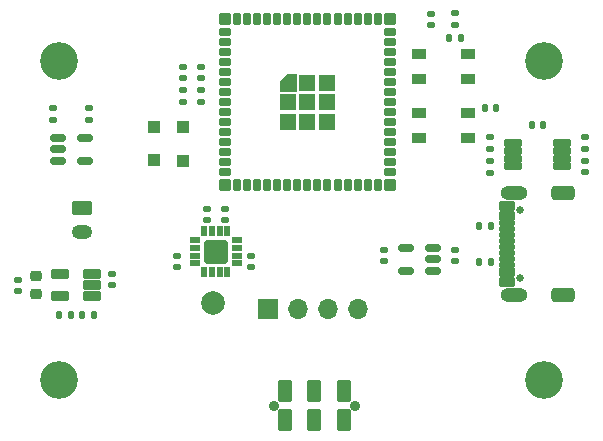
<source format=gbr>
%TF.GenerationSoftware,KiCad,Pcbnew,8.0.0*%
%TF.CreationDate,2024-05-02T00:18:50-07:00*%
%TF.ProjectId,ece16,65636531-362e-46b6-9963-61645f706362,rev?*%
%TF.SameCoordinates,Original*%
%TF.FileFunction,Soldermask,Top*%
%TF.FilePolarity,Negative*%
%FSLAX46Y46*%
G04 Gerber Fmt 4.6, Leading zero omitted, Abs format (unit mm)*
G04 Created by KiCad (PCBNEW 8.0.0) date 2024-05-02 00:18:50*
%MOMM*%
%LPD*%
G01*
G04 APERTURE LIST*
G04 Aperture macros list*
%AMRoundRect*
0 Rectangle with rounded corners*
0 $1 Rounding radius*
0 $2 $3 $4 $5 $6 $7 $8 $9 X,Y pos of 4 corners*
0 Add a 4 corners polygon primitive as box body*
4,1,4,$2,$3,$4,$5,$6,$7,$8,$9,$2,$3,0*
0 Add four circle primitives for the rounded corners*
1,1,$1+$1,$2,$3*
1,1,$1+$1,$4,$5*
1,1,$1+$1,$6,$7*
1,1,$1+$1,$8,$9*
0 Add four rect primitives between the rounded corners*
20,1,$1+$1,$2,$3,$4,$5,0*
20,1,$1+$1,$4,$5,$6,$7,0*
20,1,$1+$1,$6,$7,$8,$9,0*
20,1,$1+$1,$8,$9,$2,$3,0*%
G04 Aperture macros list end*
%ADD10C,0.010000*%
%ADD11RoundRect,0.102000X-0.525000X-0.325000X0.525000X-0.325000X0.525000X0.325000X-0.525000X0.325000X0*%
%ADD12RoundRect,0.218750X0.256250X-0.218750X0.256250X0.218750X-0.256250X0.218750X-0.256250X-0.218750X0*%
%ADD13C,0.900000*%
%ADD14RoundRect,0.102000X-0.500000X-0.800000X0.500000X-0.800000X0.500000X0.800000X-0.500000X0.800000X0*%
%ADD15RoundRect,0.102000X0.500000X0.800000X-0.500000X0.800000X-0.500000X-0.800000X0.500000X-0.800000X0*%
%ADD16RoundRect,0.135000X-0.185000X0.135000X-0.185000X-0.135000X0.185000X-0.135000X0.185000X0.135000X0*%
%ADD17RoundRect,0.150000X-0.512500X-0.150000X0.512500X-0.150000X0.512500X0.150000X-0.512500X0.150000X0*%
%ADD18RoundRect,0.140000X0.170000X-0.140000X0.170000X0.140000X-0.170000X0.140000X-0.170000X-0.140000X0*%
%ADD19RoundRect,0.102000X-0.400000X-0.200000X0.400000X-0.200000X0.400000X0.200000X-0.400000X0.200000X0*%
%ADD20RoundRect,0.102000X-0.200000X-0.400000X0.200000X-0.400000X0.200000X0.400000X-0.200000X0.400000X0*%
%ADD21RoundRect,0.102000X-0.600000X-0.600000X0.600000X-0.600000X0.600000X0.600000X-0.600000X0.600000X0*%
%ADD22RoundRect,0.102000X-0.400000X-0.400000X0.400000X-0.400000X0.400000X0.400000X-0.400000X0.400000X0*%
%ADD23RoundRect,0.135000X0.135000X0.185000X-0.135000X0.185000X-0.135000X-0.185000X0.135000X-0.185000X0*%
%ADD24RoundRect,0.102000X0.660400X0.279400X-0.660400X0.279400X-0.660400X-0.279400X0.660400X-0.279400X0*%
%ADD25C,3.200000*%
%ADD26R,1.700000X1.700000*%
%ADD27O,1.700000X1.700000*%
%ADD28RoundRect,0.140000X-0.170000X0.140000X-0.170000X-0.140000X0.170000X-0.140000X0.170000X0.140000X0*%
%ADD29RoundRect,0.140000X-0.140000X-0.170000X0.140000X-0.170000X0.140000X0.170000X-0.140000X0.170000X0*%
%ADD30RoundRect,0.150000X0.512500X0.150000X-0.512500X0.150000X-0.512500X-0.150000X0.512500X-0.150000X0*%
%ADD31C,0.650000*%
%ADD32RoundRect,0.102000X0.575000X-0.300000X0.575000X0.300000X-0.575000X0.300000X-0.575000X-0.300000X0*%
%ADD33RoundRect,0.102000X0.575000X-0.150000X0.575000X0.150000X-0.575000X0.150000X-0.575000X-0.150000X0*%
%ADD34O,2.304000X1.204000*%
%ADD35RoundRect,0.301000X0.701000X-0.301000X0.701000X0.301000X-0.701000X0.301000X-0.701000X-0.301000X0*%
%ADD36RoundRect,0.140000X0.140000X0.170000X-0.140000X0.170000X-0.140000X-0.170000X0.140000X-0.170000X0*%
%ADD37RoundRect,0.250000X0.300000X-0.300000X0.300000X0.300000X-0.300000X0.300000X-0.300000X-0.300000X0*%
%ADD38RoundRect,0.102000X-0.875000X0.875000X-0.875000X-0.875000X0.875000X-0.875000X0.875000X0.875000X0*%
%ADD39RoundRect,0.102000X-0.185000X-0.325000X0.185000X-0.325000X0.185000X0.325000X-0.185000X0.325000X0*%
%ADD40RoundRect,0.102000X-0.325000X0.185000X-0.325000X-0.185000X0.325000X-0.185000X0.325000X0.185000X0*%
%ADD41RoundRect,0.102000X0.185000X0.325000X-0.185000X0.325000X-0.185000X-0.325000X0.185000X-0.325000X0*%
%ADD42RoundRect,0.102000X0.325000X-0.185000X0.325000X0.185000X-0.325000X0.185000X-0.325000X-0.185000X0*%
%ADD43C,2.000000*%
%ADD44RoundRect,0.147500X-0.172500X0.147500X-0.172500X-0.147500X0.172500X-0.147500X0.172500X0.147500X0*%
%ADD45RoundRect,0.250000X-0.300000X0.300000X-0.300000X-0.300000X0.300000X-0.300000X0.300000X0.300000X0*%
%ADD46RoundRect,0.102000X0.625000X0.230000X-0.625000X0.230000X-0.625000X-0.230000X0.625000X-0.230000X0*%
%ADD47RoundRect,0.135000X-0.135000X-0.185000X0.135000X-0.185000X0.135000X0.185000X-0.135000X0.185000X0*%
%ADD48RoundRect,0.250000X-0.625000X0.350000X-0.625000X-0.350000X0.625000X-0.350000X0.625000X0.350000X0*%
%ADD49O,1.750000X1.200000*%
G04 APERTURE END LIST*
D10*
%TO.C,U2*%
X134550000Y-46050000D02*
X133150000Y-46050000D01*
X133150000Y-45300000D01*
X133800000Y-44650000D01*
X134550000Y-44650000D01*
X134550000Y-46050000D01*
G36*
X134550000Y-46050000D02*
G01*
X133150000Y-46050000D01*
X133150000Y-45300000D01*
X133800000Y-44650000D01*
X134550000Y-44650000D01*
X134550000Y-46050000D01*
G37*
%TD*%
D11*
%TO.C,SW2*%
X144925000Y-47925000D03*
X149075000Y-47925000D03*
X144925000Y-50075000D03*
X149075000Y-50075000D03*
%TD*%
D12*
%TO.C,D4*%
X112500000Y-63287500D03*
X112500000Y-61712500D03*
%TD*%
D13*
%TO.C,S1*%
X132700000Y-72700000D03*
X139500000Y-72700000D03*
D14*
X133600000Y-71500000D03*
D15*
X133600000Y-73900000D03*
D14*
X136100000Y-71500000D03*
D15*
X136100000Y-73900000D03*
D14*
X138600000Y-71500000D03*
D15*
X138600000Y-73900000D03*
%TD*%
D16*
%TO.C,R4*%
X125000000Y-45990000D03*
X125000000Y-47010000D03*
%TD*%
D17*
%TO.C,U1*%
X114362500Y-50050000D03*
X114362500Y-51000000D03*
X114362500Y-51950000D03*
X116637500Y-51950000D03*
X116637500Y-50050000D03*
%TD*%
D18*
%TO.C,C10*%
X148000000Y-60480000D03*
X148000000Y-59520000D03*
%TD*%
D19*
%TO.C,U2*%
X128500000Y-41050000D03*
X128500000Y-41900000D03*
X128500000Y-42750000D03*
X128500000Y-43600000D03*
X128500000Y-44450000D03*
X128500000Y-45300000D03*
X128500000Y-46150000D03*
X128500000Y-47000000D03*
X128500000Y-47850000D03*
X128500000Y-48700000D03*
X128500000Y-49550000D03*
X128500000Y-50400000D03*
X128500000Y-51250000D03*
X128500000Y-52100000D03*
X128500000Y-52950000D03*
D20*
X129550000Y-54000000D03*
X130400000Y-54000000D03*
X131250000Y-54000000D03*
X132100000Y-54000000D03*
X132950000Y-54000000D03*
X133800000Y-54000000D03*
X134650000Y-54000000D03*
X135500000Y-54000000D03*
X136350000Y-54000000D03*
X137200000Y-54000000D03*
X138050000Y-54000000D03*
X138900000Y-54000000D03*
X139750000Y-54000000D03*
X140600000Y-54000000D03*
X141450000Y-54000000D03*
D19*
X142500000Y-52950000D03*
X142500000Y-52100000D03*
X142500000Y-51250000D03*
X142500000Y-50400000D03*
X142500000Y-49550000D03*
X142500000Y-48700000D03*
X142500000Y-47850000D03*
X142500000Y-47000000D03*
X142500000Y-46150000D03*
X142500000Y-45300000D03*
X142500000Y-44450000D03*
X142500000Y-43600000D03*
X142500000Y-42750000D03*
X142500000Y-41900000D03*
X142500000Y-41050000D03*
D20*
X141450000Y-40000000D03*
X140600000Y-40000000D03*
X139750000Y-40000000D03*
X138900000Y-40000000D03*
X138050000Y-40000000D03*
X137200000Y-40000000D03*
X136350000Y-40000000D03*
X135500000Y-40000000D03*
X134650000Y-40000000D03*
X133800000Y-40000000D03*
X132950000Y-40000000D03*
X132100000Y-40000000D03*
X131250000Y-40000000D03*
X130400000Y-40000000D03*
X129550000Y-40000000D03*
D21*
X135500000Y-47000000D03*
X135500000Y-45350000D03*
X137150000Y-45350000D03*
X137150000Y-47000000D03*
X137150000Y-48650000D03*
X135500000Y-48650000D03*
X133850000Y-48650000D03*
X133850000Y-47000000D03*
D22*
X128500000Y-40000000D03*
X128500000Y-54000000D03*
X142500000Y-54000000D03*
X142500000Y-40000000D03*
%TD*%
D23*
%TO.C,R15*%
X115448400Y-65000000D03*
X114428400Y-65000000D03*
%TD*%
D24*
%TO.C,MCP73831T1*%
X117300000Y-63439800D03*
X117300000Y-62500000D03*
X117300000Y-61560200D03*
X114556800Y-61560200D03*
X114556800Y-63439800D03*
%TD*%
D25*
%TO.C,H1*%
X114500000Y-43500000D03*
%TD*%
D16*
%TO.C,R5*%
X126500000Y-45990000D03*
X126500000Y-47010000D03*
%TD*%
D26*
%TO.C,U4*%
X132200000Y-64500000D03*
D27*
X134740000Y-64500000D03*
X137280000Y-64500000D03*
X139820000Y-64500000D03*
%TD*%
D28*
%TO.C,C19*%
X111000000Y-62020000D03*
X111000000Y-62980000D03*
%TD*%
%TO.C,C7*%
X130750000Y-60020000D03*
X130750000Y-60980000D03*
%TD*%
D18*
%TO.C,C1*%
X128500000Y-56980000D03*
X128500000Y-56020000D03*
%TD*%
D29*
%TO.C,C17*%
X154500000Y-48965000D03*
X155460000Y-48965000D03*
%TD*%
D18*
%TO.C,C16*%
X158980000Y-50945000D03*
X158980000Y-49985000D03*
%TD*%
D30*
%TO.C,U5*%
X146137500Y-61275000D03*
X146137500Y-60325000D03*
X146137500Y-59375000D03*
X143862500Y-59375000D03*
X143862500Y-61275000D03*
%TD*%
D31*
%TO.C,USB4105-GF-A1*%
X153482500Y-61890000D03*
X153482500Y-56110000D03*
D32*
X152407500Y-62200000D03*
X152407500Y-61400000D03*
D33*
X152407500Y-60250000D03*
X152407500Y-59250000D03*
X152407500Y-58750000D03*
X152407500Y-57750000D03*
D32*
X152407500Y-55800000D03*
X152407500Y-56600000D03*
D33*
X152407500Y-57250000D03*
X152407500Y-58250000D03*
X152407500Y-59750000D03*
X152407500Y-60750000D03*
D34*
X152982500Y-63320000D03*
X152982500Y-54680000D03*
D35*
X157162500Y-63320000D03*
X157162500Y-54680000D03*
%TD*%
D16*
%TO.C,R2*%
X148000000Y-39490000D03*
X148000000Y-40510000D03*
%TD*%
D36*
%TO.C,C4*%
X151480000Y-47500000D03*
X150520000Y-47500000D03*
%TD*%
D25*
%TO.C,H3*%
X114500000Y-70500000D03*
%TD*%
D37*
%TO.C,D1*%
X122500000Y-51900000D03*
X122500000Y-49100000D03*
%TD*%
D18*
%TO.C,C21*%
X125000000Y-44980000D03*
X125000000Y-44020000D03*
%TD*%
D11*
%TO.C,SW1*%
X144925000Y-42925000D03*
X149075000Y-42925000D03*
X144925000Y-45075000D03*
X149075000Y-45075000D03*
%TD*%
D38*
%TO.C,U3*%
X127750000Y-59675000D03*
D39*
X126775000Y-61425000D03*
X127425000Y-61425000D03*
X128075000Y-61425000D03*
X128725000Y-61425000D03*
D40*
X129500000Y-60650000D03*
X129500000Y-60000000D03*
X129500000Y-59350000D03*
X129500000Y-58700000D03*
D41*
X128725000Y-57925000D03*
X128075000Y-57925000D03*
X127425000Y-57925000D03*
X126775000Y-57925000D03*
D42*
X126000000Y-58700000D03*
X126000000Y-59350000D03*
X126000000Y-60000000D03*
X126000000Y-60650000D03*
%TD*%
D23*
%TO.C,R7*%
X151010000Y-60500000D03*
X149990000Y-60500000D03*
%TD*%
D43*
%TO.C,TP1*%
X127500000Y-64000000D03*
%TD*%
D16*
%TO.C,R1*%
X150980000Y-51955000D03*
X150980000Y-52975000D03*
%TD*%
D18*
%TO.C,C11*%
X142000000Y-60480000D03*
X142000000Y-59520000D03*
%TD*%
D28*
%TO.C,C5*%
X117000000Y-47520000D03*
X117000000Y-48480000D03*
%TD*%
D25*
%TO.C,H2*%
X155500000Y-70500000D03*
%TD*%
D23*
%TO.C,R6*%
X151010000Y-57500000D03*
X149990000Y-57500000D03*
%TD*%
D44*
%TO.C,L1*%
X158980000Y-51980000D03*
X158980000Y-52950000D03*
%TD*%
D36*
%TO.C,C9*%
X148480000Y-41575000D03*
X147520000Y-41575000D03*
%TD*%
D28*
%TO.C,C18*%
X118928400Y-61520000D03*
X118928400Y-62480000D03*
%TD*%
D45*
%TO.C,D2*%
X125000000Y-49145000D03*
X125000000Y-51945000D03*
%TD*%
D18*
%TO.C,C20*%
X126500000Y-44980000D03*
X126500000Y-44020000D03*
%TD*%
%TO.C,C2*%
X127000000Y-56980000D03*
X127000000Y-56020000D03*
%TD*%
D46*
%TO.C,PAM2401-SCADJ1*%
X157090000Y-52440000D03*
X157090000Y-51790000D03*
X157090000Y-51140000D03*
X157090000Y-50490000D03*
X152870000Y-50490000D03*
X152870000Y-51140000D03*
X152870000Y-51790000D03*
X152870000Y-52440000D03*
%TD*%
D28*
%TO.C,C6*%
X114000000Y-47520000D03*
X114000000Y-48480000D03*
%TD*%
%TO.C,C3*%
X146000000Y-39520000D03*
X146000000Y-40480000D03*
%TD*%
D25*
%TO.C,H4*%
X155500000Y-43500000D03*
%TD*%
D47*
%TO.C,R13*%
X116418400Y-65000000D03*
X117438400Y-65000000D03*
%TD*%
D16*
%TO.C,R3*%
X150980000Y-49955000D03*
X150980000Y-50975000D03*
%TD*%
D48*
%TO.C,BT1*%
X116450000Y-56000000D03*
D49*
X116450000Y-58000000D03*
%TD*%
D28*
%TO.C,C8*%
X124500000Y-60020000D03*
X124500000Y-60980000D03*
%TD*%
M02*

</source>
